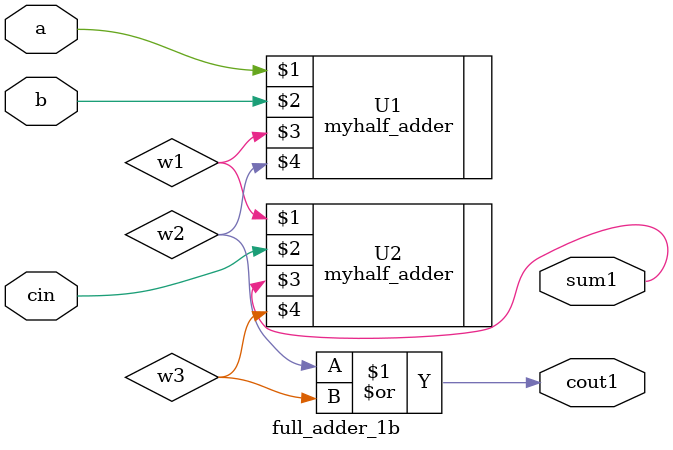
<source format=v>
`timescale 1ns / 1ps
module full_adder_1b(a,b,cin,sum1,cout1);
   input a,b,cin;
	output sum1,cout1;
	wire w1,w2,w3;
	
	myhalf_adder U1 (a,b,w1,w2);
	myhalf_adder U2 (w1,cin,sum1,w3);
	or U3 (cout1,w2,w3);
	
endmodule

</source>
